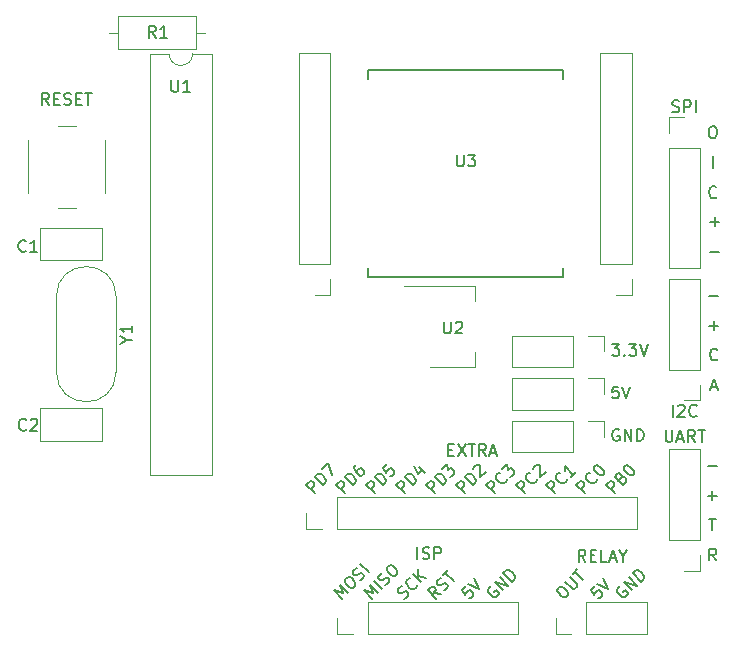
<source format=gbr>
%TF.GenerationSoftware,KiCad,Pcbnew,(7.0.0)*%
%TF.CreationDate,2023-07-05T19:52:24+02:00*%
%TF.ProjectId,atmega328p-gate_controller,61746d65-6761-4333-9238-702d67617465,rev?*%
%TF.SameCoordinates,Original*%
%TF.FileFunction,Legend,Top*%
%TF.FilePolarity,Positive*%
%FSLAX46Y46*%
G04 Gerber Fmt 4.6, Leading zero omitted, Abs format (unit mm)*
G04 Created by KiCad (PCBNEW (7.0.0)) date 2023-07-05 19:52:24*
%MOMM*%
%LPD*%
G01*
G04 APERTURE LIST*
%ADD10C,0.150000*%
%ADD11C,0.120000*%
G04 APERTURE END LIST*
D10*
X110928571Y-58959880D02*
X111119047Y-58959880D01*
X111119047Y-58959880D02*
X111214285Y-59007500D01*
X111214285Y-59007500D02*
X111309523Y-59102738D01*
X111309523Y-59102738D02*
X111357142Y-59293214D01*
X111357142Y-59293214D02*
X111357142Y-59626547D01*
X111357142Y-59626547D02*
X111309523Y-59817023D01*
X111309523Y-59817023D02*
X111214285Y-59912261D01*
X111214285Y-59912261D02*
X111119047Y-59959880D01*
X111119047Y-59959880D02*
X110928571Y-59959880D01*
X110928571Y-59959880D02*
X110833333Y-59912261D01*
X110833333Y-59912261D02*
X110738095Y-59817023D01*
X110738095Y-59817023D02*
X110690476Y-59626547D01*
X110690476Y-59626547D02*
X110690476Y-59293214D01*
X110690476Y-59293214D02*
X110738095Y-59102738D01*
X110738095Y-59102738D02*
X110833333Y-59007500D01*
X110833333Y-59007500D02*
X110928571Y-58959880D01*
X111023809Y-62499880D02*
X111023809Y-61499880D01*
X111333332Y-64944642D02*
X111285713Y-64992261D01*
X111285713Y-64992261D02*
X111142856Y-65039880D01*
X111142856Y-65039880D02*
X111047618Y-65039880D01*
X111047618Y-65039880D02*
X110904761Y-64992261D01*
X110904761Y-64992261D02*
X110809523Y-64897023D01*
X110809523Y-64897023D02*
X110761904Y-64801785D01*
X110761904Y-64801785D02*
X110714285Y-64611309D01*
X110714285Y-64611309D02*
X110714285Y-64468452D01*
X110714285Y-64468452D02*
X110761904Y-64277976D01*
X110761904Y-64277976D02*
X110809523Y-64182738D01*
X110809523Y-64182738D02*
X110904761Y-64087500D01*
X110904761Y-64087500D02*
X111047618Y-64039880D01*
X111047618Y-64039880D02*
X111142856Y-64039880D01*
X111142856Y-64039880D02*
X111285713Y-64087500D01*
X111285713Y-64087500D02*
X111333332Y-64135119D01*
X111579761Y-67021071D02*
X110817857Y-67021071D01*
X111198809Y-66640119D02*
X111198809Y-67402023D01*
X111579761Y-69561071D02*
X110817857Y-69561071D01*
X111409523Y-78679642D02*
X111361904Y-78727261D01*
X111361904Y-78727261D02*
X111219047Y-78774880D01*
X111219047Y-78774880D02*
X111123809Y-78774880D01*
X111123809Y-78774880D02*
X110980952Y-78727261D01*
X110980952Y-78727261D02*
X110885714Y-78632023D01*
X110885714Y-78632023D02*
X110838095Y-78536785D01*
X110838095Y-78536785D02*
X110790476Y-78346309D01*
X110790476Y-78346309D02*
X110790476Y-78203452D01*
X110790476Y-78203452D02*
X110838095Y-78012976D01*
X110838095Y-78012976D02*
X110885714Y-77917738D01*
X110885714Y-77917738D02*
X110980952Y-77822500D01*
X110980952Y-77822500D02*
X111123809Y-77774880D01*
X111123809Y-77774880D02*
X111219047Y-77774880D01*
X111219047Y-77774880D02*
X111361904Y-77822500D01*
X111361904Y-77822500D02*
X111409523Y-77870119D01*
X110861905Y-81029166D02*
X111338095Y-81029166D01*
X110766667Y-81314880D02*
X111100000Y-80314880D01*
X111100000Y-80314880D02*
X111433333Y-81314880D01*
X110719048Y-75853928D02*
X111480953Y-75853928D01*
X111100000Y-76234880D02*
X111100000Y-75472976D01*
X110719048Y-73313928D02*
X111480953Y-73313928D01*
X88006390Y-98548700D02*
X87433971Y-98447685D01*
X87602329Y-98952761D02*
X86895223Y-98245654D01*
X86895223Y-98245654D02*
X87164597Y-97976280D01*
X87164597Y-97976280D02*
X87265612Y-97942608D01*
X87265612Y-97942608D02*
X87332955Y-97942608D01*
X87332955Y-97942608D02*
X87433971Y-97976280D01*
X87433971Y-97976280D02*
X87534986Y-98077295D01*
X87534986Y-98077295D02*
X87568658Y-98178311D01*
X87568658Y-98178311D02*
X87568658Y-98245654D01*
X87568658Y-98245654D02*
X87534986Y-98346669D01*
X87534986Y-98346669D02*
X87265612Y-98616043D01*
X88242093Y-98245654D02*
X88376780Y-98178311D01*
X88376780Y-98178311D02*
X88545138Y-98009952D01*
X88545138Y-98009952D02*
X88578810Y-97908937D01*
X88578810Y-97908937D02*
X88578810Y-97841593D01*
X88578810Y-97841593D02*
X88545138Y-97740578D01*
X88545138Y-97740578D02*
X88477795Y-97673234D01*
X88477795Y-97673234D02*
X88376780Y-97639563D01*
X88376780Y-97639563D02*
X88309436Y-97639563D01*
X88309436Y-97639563D02*
X88208421Y-97673234D01*
X88208421Y-97673234D02*
X88040062Y-97774250D01*
X88040062Y-97774250D02*
X87939047Y-97807921D01*
X87939047Y-97807921D02*
X87871703Y-97807921D01*
X87871703Y-97807921D02*
X87770688Y-97774250D01*
X87770688Y-97774250D02*
X87703345Y-97706906D01*
X87703345Y-97706906D02*
X87669673Y-97605891D01*
X87669673Y-97605891D02*
X87669673Y-97538547D01*
X87669673Y-97538547D02*
X87703345Y-97437532D01*
X87703345Y-97437532D02*
X87871703Y-97269173D01*
X87871703Y-97269173D02*
X88006390Y-97201830D01*
X88174749Y-96966127D02*
X88578810Y-96562066D01*
X89083886Y-97471204D02*
X88376780Y-96764097D01*
X110708333Y-92172380D02*
X111279761Y-92172380D01*
X110994047Y-93172380D02*
X110994047Y-92172380D01*
X92261433Y-97908937D02*
X92160417Y-97942608D01*
X92160417Y-97942608D02*
X92059402Y-98043624D01*
X92059402Y-98043624D02*
X91992059Y-98178311D01*
X91992059Y-98178311D02*
X91992059Y-98312998D01*
X91992059Y-98312998D02*
X92025730Y-98414013D01*
X92025730Y-98414013D02*
X92126746Y-98582372D01*
X92126746Y-98582372D02*
X92227761Y-98683387D01*
X92227761Y-98683387D02*
X92396120Y-98784402D01*
X92396120Y-98784402D02*
X92497135Y-98818074D01*
X92497135Y-98818074D02*
X92631822Y-98818074D01*
X92631822Y-98818074D02*
X92766509Y-98750730D01*
X92766509Y-98750730D02*
X92833852Y-98683387D01*
X92833852Y-98683387D02*
X92901196Y-98548700D01*
X92901196Y-98548700D02*
X92901196Y-98481356D01*
X92901196Y-98481356D02*
X92665494Y-98245654D01*
X92665494Y-98245654D02*
X92530807Y-98380341D01*
X93271585Y-98245654D02*
X92564478Y-97538547D01*
X92564478Y-97538547D02*
X93675646Y-97841593D01*
X93675646Y-97841593D02*
X92968539Y-97134486D01*
X94012364Y-97504876D02*
X93305257Y-96797769D01*
X93305257Y-96797769D02*
X93473616Y-96629410D01*
X93473616Y-96629410D02*
X93608303Y-96562067D01*
X93608303Y-96562067D02*
X93742990Y-96562067D01*
X93742990Y-96562067D02*
X93844005Y-96595738D01*
X93844005Y-96595738D02*
X94012364Y-96696754D01*
X94012364Y-96696754D02*
X94113379Y-96797769D01*
X94113379Y-96797769D02*
X94214394Y-96966128D01*
X94214394Y-96966128D02*
X94248066Y-97067143D01*
X94248066Y-97067143D02*
X94248066Y-97201830D01*
X94248066Y-97201830D02*
X94180722Y-97336517D01*
X94180722Y-97336517D02*
X94012364Y-97504876D01*
X97624918Y-90027761D02*
X96917812Y-89320654D01*
X96917812Y-89320654D02*
X97187186Y-89051280D01*
X97187186Y-89051280D02*
X97288201Y-89017608D01*
X97288201Y-89017608D02*
X97355544Y-89017608D01*
X97355544Y-89017608D02*
X97456560Y-89051280D01*
X97456560Y-89051280D02*
X97557575Y-89152295D01*
X97557575Y-89152295D02*
X97591247Y-89253311D01*
X97591247Y-89253311D02*
X97591247Y-89320654D01*
X97591247Y-89320654D02*
X97557575Y-89421669D01*
X97557575Y-89421669D02*
X97288201Y-89691043D01*
X98668743Y-88849250D02*
X98668743Y-88916593D01*
X98668743Y-88916593D02*
X98601399Y-89051280D01*
X98601399Y-89051280D02*
X98534056Y-89118624D01*
X98534056Y-89118624D02*
X98399369Y-89185967D01*
X98399369Y-89185967D02*
X98264682Y-89185967D01*
X98264682Y-89185967D02*
X98163666Y-89152295D01*
X98163666Y-89152295D02*
X97995308Y-89051280D01*
X97995308Y-89051280D02*
X97894292Y-88950265D01*
X97894292Y-88950265D02*
X97793277Y-88781906D01*
X97793277Y-88781906D02*
X97759605Y-88680891D01*
X97759605Y-88680891D02*
X97759605Y-88546204D01*
X97759605Y-88546204D02*
X97826949Y-88411517D01*
X97826949Y-88411517D02*
X97894292Y-88344173D01*
X97894292Y-88344173D02*
X98028979Y-88276830D01*
X98028979Y-88276830D02*
X98096323Y-88276830D01*
X99409521Y-88243158D02*
X99005460Y-88647219D01*
X99207491Y-88445189D02*
X98500384Y-87738082D01*
X98500384Y-87738082D02*
X98534056Y-87906440D01*
X98534056Y-87906440D02*
X98534056Y-88041128D01*
X98534056Y-88041128D02*
X98500384Y-88142143D01*
X84910807Y-98952761D02*
X85045494Y-98885417D01*
X85045494Y-98885417D02*
X85213853Y-98717059D01*
X85213853Y-98717059D02*
X85247524Y-98616043D01*
X85247524Y-98616043D02*
X85247524Y-98548700D01*
X85247524Y-98548700D02*
X85213853Y-98447685D01*
X85213853Y-98447685D02*
X85146509Y-98380341D01*
X85146509Y-98380341D02*
X85045494Y-98346669D01*
X85045494Y-98346669D02*
X84978150Y-98346669D01*
X84978150Y-98346669D02*
X84877135Y-98380341D01*
X84877135Y-98380341D02*
X84708776Y-98481356D01*
X84708776Y-98481356D02*
X84607761Y-98515028D01*
X84607761Y-98515028D02*
X84540418Y-98515028D01*
X84540418Y-98515028D02*
X84439402Y-98481356D01*
X84439402Y-98481356D02*
X84372059Y-98414013D01*
X84372059Y-98414013D02*
X84338387Y-98312998D01*
X84338387Y-98312998D02*
X84338387Y-98245654D01*
X84338387Y-98245654D02*
X84372059Y-98144639D01*
X84372059Y-98144639D02*
X84540418Y-97976280D01*
X84540418Y-97976280D02*
X84675105Y-97908937D01*
X85988303Y-97807921D02*
X85988303Y-97875265D01*
X85988303Y-97875265D02*
X85920959Y-98009952D01*
X85920959Y-98009952D02*
X85853616Y-98077295D01*
X85853616Y-98077295D02*
X85718929Y-98144639D01*
X85718929Y-98144639D02*
X85584242Y-98144639D01*
X85584242Y-98144639D02*
X85483227Y-98110967D01*
X85483227Y-98110967D02*
X85314868Y-98009952D01*
X85314868Y-98009952D02*
X85213853Y-97908937D01*
X85213853Y-97908937D02*
X85112837Y-97740578D01*
X85112837Y-97740578D02*
X85079166Y-97639562D01*
X85079166Y-97639562D02*
X85079166Y-97504875D01*
X85079166Y-97504875D02*
X85146509Y-97370188D01*
X85146509Y-97370188D02*
X85213853Y-97302845D01*
X85213853Y-97302845D02*
X85348540Y-97235501D01*
X85348540Y-97235501D02*
X85415883Y-97235501D01*
X86358692Y-97572219D02*
X85651585Y-96865112D01*
X86762753Y-97168158D02*
X86055646Y-97067143D01*
X86055646Y-96461051D02*
X86055646Y-97269173D01*
X102704918Y-90027761D02*
X101997812Y-89320654D01*
X101997812Y-89320654D02*
X102267186Y-89051280D01*
X102267186Y-89051280D02*
X102368201Y-89017608D01*
X102368201Y-89017608D02*
X102435544Y-89017608D01*
X102435544Y-89017608D02*
X102536560Y-89051280D01*
X102536560Y-89051280D02*
X102637575Y-89152295D01*
X102637575Y-89152295D02*
X102671247Y-89253311D01*
X102671247Y-89253311D02*
X102671247Y-89320654D01*
X102671247Y-89320654D02*
X102637575Y-89421669D01*
X102637575Y-89421669D02*
X102368201Y-89691043D01*
X103277338Y-88714563D02*
X103412025Y-88647219D01*
X103412025Y-88647219D02*
X103479369Y-88647219D01*
X103479369Y-88647219D02*
X103580384Y-88680891D01*
X103580384Y-88680891D02*
X103681399Y-88781906D01*
X103681399Y-88781906D02*
X103715071Y-88882921D01*
X103715071Y-88882921D02*
X103715071Y-88950265D01*
X103715071Y-88950265D02*
X103681399Y-89051280D01*
X103681399Y-89051280D02*
X103412025Y-89320654D01*
X103412025Y-89320654D02*
X102704918Y-88613547D01*
X102704918Y-88613547D02*
X102940621Y-88377845D01*
X102940621Y-88377845D02*
X103041636Y-88344173D01*
X103041636Y-88344173D02*
X103108979Y-88344173D01*
X103108979Y-88344173D02*
X103209995Y-88377845D01*
X103209995Y-88377845D02*
X103277338Y-88445189D01*
X103277338Y-88445189D02*
X103311010Y-88546204D01*
X103311010Y-88546204D02*
X103311010Y-88613547D01*
X103311010Y-88613547D02*
X103277338Y-88714563D01*
X103277338Y-88714563D02*
X103041636Y-88950265D01*
X103546712Y-87771753D02*
X103614056Y-87704410D01*
X103614056Y-87704410D02*
X103715071Y-87670738D01*
X103715071Y-87670738D02*
X103782414Y-87670738D01*
X103782414Y-87670738D02*
X103883430Y-87704410D01*
X103883430Y-87704410D02*
X104051788Y-87805425D01*
X104051788Y-87805425D02*
X104220147Y-87973784D01*
X104220147Y-87973784D02*
X104321162Y-88142143D01*
X104321162Y-88142143D02*
X104354834Y-88243158D01*
X104354834Y-88243158D02*
X104354834Y-88310502D01*
X104354834Y-88310502D02*
X104321162Y-88411517D01*
X104321162Y-88411517D02*
X104253819Y-88478860D01*
X104253819Y-88478860D02*
X104152804Y-88512532D01*
X104152804Y-88512532D02*
X104085460Y-88512532D01*
X104085460Y-88512532D02*
X103984445Y-88478860D01*
X103984445Y-88478860D02*
X103816086Y-88377845D01*
X103816086Y-88377845D02*
X103647727Y-88209486D01*
X103647727Y-88209486D02*
X103546712Y-88041128D01*
X103546712Y-88041128D02*
X103513040Y-87940112D01*
X103513040Y-87940112D02*
X103513040Y-87872769D01*
X103513040Y-87872769D02*
X103546712Y-87771753D01*
X110613095Y-90251428D02*
X111375000Y-90251428D01*
X110994047Y-90632380D02*
X110994047Y-89870476D01*
X79662448Y-98952761D02*
X78955342Y-98245654D01*
X78955342Y-98245654D02*
X79696120Y-98515028D01*
X79696120Y-98515028D02*
X79426746Y-97774250D01*
X79426746Y-97774250D02*
X80133853Y-98481356D01*
X79898151Y-97302845D02*
X80032838Y-97168158D01*
X80032838Y-97168158D02*
X80133853Y-97134486D01*
X80133853Y-97134486D02*
X80268540Y-97134486D01*
X80268540Y-97134486D02*
X80436899Y-97235502D01*
X80436899Y-97235502D02*
X80672601Y-97471204D01*
X80672601Y-97471204D02*
X80773616Y-97639563D01*
X80773616Y-97639563D02*
X80773616Y-97774250D01*
X80773616Y-97774250D02*
X80739944Y-97875265D01*
X80739944Y-97875265D02*
X80605257Y-98009952D01*
X80605257Y-98009952D02*
X80504242Y-98043624D01*
X80504242Y-98043624D02*
X80369555Y-98043624D01*
X80369555Y-98043624D02*
X80201196Y-97942608D01*
X80201196Y-97942608D02*
X79965494Y-97706906D01*
X79965494Y-97706906D02*
X79864479Y-97538547D01*
X79864479Y-97538547D02*
X79864479Y-97403860D01*
X79864479Y-97403860D02*
X79898151Y-97302845D01*
X81144005Y-97403860D02*
X81278692Y-97336517D01*
X81278692Y-97336517D02*
X81447051Y-97168158D01*
X81447051Y-97168158D02*
X81480723Y-97067143D01*
X81480723Y-97067143D02*
X81480723Y-96999799D01*
X81480723Y-96999799D02*
X81447051Y-96898784D01*
X81447051Y-96898784D02*
X81379708Y-96831441D01*
X81379708Y-96831441D02*
X81278692Y-96797769D01*
X81278692Y-96797769D02*
X81211349Y-96797769D01*
X81211349Y-96797769D02*
X81110334Y-96831441D01*
X81110334Y-96831441D02*
X80941975Y-96932456D01*
X80941975Y-96932456D02*
X80840960Y-96966128D01*
X80840960Y-96966128D02*
X80773616Y-96966128D01*
X80773616Y-96966128D02*
X80672601Y-96932456D01*
X80672601Y-96932456D02*
X80605257Y-96865112D01*
X80605257Y-96865112D02*
X80571586Y-96764097D01*
X80571586Y-96764097D02*
X80571586Y-96696754D01*
X80571586Y-96696754D02*
X80605257Y-96595738D01*
X80605257Y-96595738D02*
X80773616Y-96427380D01*
X80773616Y-96427380D02*
X80908303Y-96360036D01*
X81884784Y-96730425D02*
X81177677Y-96023319D01*
X97904403Y-98110967D02*
X98039090Y-97976280D01*
X98039090Y-97976280D02*
X98140105Y-97942608D01*
X98140105Y-97942608D02*
X98274792Y-97942608D01*
X98274792Y-97942608D02*
X98443151Y-98043624D01*
X98443151Y-98043624D02*
X98678853Y-98279326D01*
X98678853Y-98279326D02*
X98779868Y-98447685D01*
X98779868Y-98447685D02*
X98779868Y-98582372D01*
X98779868Y-98582372D02*
X98746196Y-98683387D01*
X98746196Y-98683387D02*
X98611509Y-98818074D01*
X98611509Y-98818074D02*
X98510494Y-98851746D01*
X98510494Y-98851746D02*
X98375807Y-98851746D01*
X98375807Y-98851746D02*
X98207448Y-98750730D01*
X98207448Y-98750730D02*
X97971746Y-98515028D01*
X97971746Y-98515028D02*
X97870731Y-98346669D01*
X97870731Y-98346669D02*
X97870731Y-98211982D01*
X97870731Y-98211982D02*
X97904403Y-98110967D01*
X98510494Y-97504876D02*
X99082914Y-98077295D01*
X99082914Y-98077295D02*
X99183929Y-98110967D01*
X99183929Y-98110967D02*
X99251273Y-98110967D01*
X99251273Y-98110967D02*
X99352288Y-98077295D01*
X99352288Y-98077295D02*
X99486975Y-97942608D01*
X99486975Y-97942608D02*
X99520647Y-97841593D01*
X99520647Y-97841593D02*
X99520647Y-97774250D01*
X99520647Y-97774250D02*
X99486975Y-97673234D01*
X99486975Y-97673234D02*
X98914555Y-97100815D01*
X99150257Y-96865112D02*
X99554318Y-96461051D01*
X100059395Y-97370189D02*
X99352288Y-96663082D01*
X84924918Y-90027761D02*
X84217812Y-89320654D01*
X84217812Y-89320654D02*
X84487186Y-89051280D01*
X84487186Y-89051280D02*
X84588201Y-89017608D01*
X84588201Y-89017608D02*
X84655544Y-89017608D01*
X84655544Y-89017608D02*
X84756560Y-89051280D01*
X84756560Y-89051280D02*
X84857575Y-89152295D01*
X84857575Y-89152295D02*
X84891247Y-89253311D01*
X84891247Y-89253311D02*
X84891247Y-89320654D01*
X84891247Y-89320654D02*
X84857575Y-89421669D01*
X84857575Y-89421669D02*
X84588201Y-89691043D01*
X85632025Y-89320654D02*
X84924918Y-88613547D01*
X84924918Y-88613547D02*
X85093277Y-88445189D01*
X85093277Y-88445189D02*
X85227964Y-88377845D01*
X85227964Y-88377845D02*
X85362651Y-88377845D01*
X85362651Y-88377845D02*
X85463666Y-88411517D01*
X85463666Y-88411517D02*
X85632025Y-88512532D01*
X85632025Y-88512532D02*
X85733040Y-88613547D01*
X85733040Y-88613547D02*
X85834056Y-88781906D01*
X85834056Y-88781906D02*
X85867727Y-88882921D01*
X85867727Y-88882921D02*
X85867727Y-89017608D01*
X85867727Y-89017608D02*
X85800384Y-89152295D01*
X85800384Y-89152295D02*
X85632025Y-89320654D01*
X86170773Y-87839097D02*
X86642178Y-88310502D01*
X85733040Y-87738082D02*
X86069758Y-88411517D01*
X86069758Y-88411517D02*
X86507491Y-87973784D01*
X90004918Y-90027761D02*
X89297812Y-89320654D01*
X89297812Y-89320654D02*
X89567186Y-89051280D01*
X89567186Y-89051280D02*
X89668201Y-89017608D01*
X89668201Y-89017608D02*
X89735544Y-89017608D01*
X89735544Y-89017608D02*
X89836560Y-89051280D01*
X89836560Y-89051280D02*
X89937575Y-89152295D01*
X89937575Y-89152295D02*
X89971247Y-89253311D01*
X89971247Y-89253311D02*
X89971247Y-89320654D01*
X89971247Y-89320654D02*
X89937575Y-89421669D01*
X89937575Y-89421669D02*
X89668201Y-89691043D01*
X90712025Y-89320654D02*
X90004918Y-88613547D01*
X90004918Y-88613547D02*
X90173277Y-88445189D01*
X90173277Y-88445189D02*
X90307964Y-88377845D01*
X90307964Y-88377845D02*
X90442651Y-88377845D01*
X90442651Y-88377845D02*
X90543666Y-88411517D01*
X90543666Y-88411517D02*
X90712025Y-88512532D01*
X90712025Y-88512532D02*
X90813040Y-88613547D01*
X90813040Y-88613547D02*
X90914056Y-88781906D01*
X90914056Y-88781906D02*
X90947727Y-88882921D01*
X90947727Y-88882921D02*
X90947727Y-89017608D01*
X90947727Y-89017608D02*
X90880384Y-89152295D01*
X90880384Y-89152295D02*
X90712025Y-89320654D01*
X90745697Y-88007456D02*
X90745697Y-87940112D01*
X90745697Y-87940112D02*
X90779369Y-87839097D01*
X90779369Y-87839097D02*
X90947727Y-87670738D01*
X90947727Y-87670738D02*
X91048743Y-87637066D01*
X91048743Y-87637066D02*
X91116086Y-87637066D01*
X91116086Y-87637066D02*
X91217101Y-87670738D01*
X91217101Y-87670738D02*
X91284445Y-87738082D01*
X91284445Y-87738082D02*
X91351788Y-87872769D01*
X91351788Y-87872769D02*
X91351788Y-88680891D01*
X91351788Y-88680891D02*
X91789521Y-88243158D01*
X111303570Y-95712380D02*
X110970237Y-95236190D01*
X110732142Y-95712380D02*
X110732142Y-94712380D01*
X110732142Y-94712380D02*
X111113094Y-94712380D01*
X111113094Y-94712380D02*
X111208332Y-94760000D01*
X111208332Y-94760000D02*
X111255951Y-94807619D01*
X111255951Y-94807619D02*
X111303570Y-94902857D01*
X111303570Y-94902857D02*
X111303570Y-95045714D01*
X111303570Y-95045714D02*
X111255951Y-95140952D01*
X111255951Y-95140952D02*
X111208332Y-95188571D01*
X111208332Y-95188571D02*
X111113094Y-95236190D01*
X111113094Y-95236190D02*
X110732142Y-95236190D01*
X95084918Y-90027761D02*
X94377812Y-89320654D01*
X94377812Y-89320654D02*
X94647186Y-89051280D01*
X94647186Y-89051280D02*
X94748201Y-89017608D01*
X94748201Y-89017608D02*
X94815544Y-89017608D01*
X94815544Y-89017608D02*
X94916560Y-89051280D01*
X94916560Y-89051280D02*
X95017575Y-89152295D01*
X95017575Y-89152295D02*
X95051247Y-89253311D01*
X95051247Y-89253311D02*
X95051247Y-89320654D01*
X95051247Y-89320654D02*
X95017575Y-89421669D01*
X95017575Y-89421669D02*
X94748201Y-89691043D01*
X96128743Y-88849250D02*
X96128743Y-88916593D01*
X96128743Y-88916593D02*
X96061399Y-89051280D01*
X96061399Y-89051280D02*
X95994056Y-89118624D01*
X95994056Y-89118624D02*
X95859369Y-89185967D01*
X95859369Y-89185967D02*
X95724682Y-89185967D01*
X95724682Y-89185967D02*
X95623666Y-89152295D01*
X95623666Y-89152295D02*
X95455308Y-89051280D01*
X95455308Y-89051280D02*
X95354292Y-88950265D01*
X95354292Y-88950265D02*
X95253277Y-88781906D01*
X95253277Y-88781906D02*
X95219605Y-88680891D01*
X95219605Y-88680891D02*
X95219605Y-88546204D01*
X95219605Y-88546204D02*
X95286949Y-88411517D01*
X95286949Y-88411517D02*
X95354292Y-88344173D01*
X95354292Y-88344173D02*
X95488979Y-88276830D01*
X95488979Y-88276830D02*
X95556323Y-88276830D01*
X95825697Y-88007456D02*
X95825697Y-87940112D01*
X95825697Y-87940112D02*
X95859369Y-87839097D01*
X95859369Y-87839097D02*
X96027727Y-87670738D01*
X96027727Y-87670738D02*
X96128743Y-87637066D01*
X96128743Y-87637066D02*
X96196086Y-87637066D01*
X96196086Y-87637066D02*
X96297101Y-87670738D01*
X96297101Y-87670738D02*
X96364445Y-87738082D01*
X96364445Y-87738082D02*
X96431788Y-87872769D01*
X96431788Y-87872769D02*
X96431788Y-88680891D01*
X96431788Y-88680891D02*
X96869521Y-88243158D01*
X92544918Y-90027761D02*
X91837812Y-89320654D01*
X91837812Y-89320654D02*
X92107186Y-89051280D01*
X92107186Y-89051280D02*
X92208201Y-89017608D01*
X92208201Y-89017608D02*
X92275544Y-89017608D01*
X92275544Y-89017608D02*
X92376560Y-89051280D01*
X92376560Y-89051280D02*
X92477575Y-89152295D01*
X92477575Y-89152295D02*
X92511247Y-89253311D01*
X92511247Y-89253311D02*
X92511247Y-89320654D01*
X92511247Y-89320654D02*
X92477575Y-89421669D01*
X92477575Y-89421669D02*
X92208201Y-89691043D01*
X93588743Y-88849250D02*
X93588743Y-88916593D01*
X93588743Y-88916593D02*
X93521399Y-89051280D01*
X93521399Y-89051280D02*
X93454056Y-89118624D01*
X93454056Y-89118624D02*
X93319369Y-89185967D01*
X93319369Y-89185967D02*
X93184682Y-89185967D01*
X93184682Y-89185967D02*
X93083666Y-89152295D01*
X93083666Y-89152295D02*
X92915308Y-89051280D01*
X92915308Y-89051280D02*
X92814292Y-88950265D01*
X92814292Y-88950265D02*
X92713277Y-88781906D01*
X92713277Y-88781906D02*
X92679605Y-88680891D01*
X92679605Y-88680891D02*
X92679605Y-88546204D01*
X92679605Y-88546204D02*
X92746949Y-88411517D01*
X92746949Y-88411517D02*
X92814292Y-88344173D01*
X92814292Y-88344173D02*
X92948979Y-88276830D01*
X92948979Y-88276830D02*
X93016323Y-88276830D01*
X93184682Y-87973784D02*
X93622414Y-87536051D01*
X93622414Y-87536051D02*
X93656086Y-88041128D01*
X93656086Y-88041128D02*
X93757101Y-87940112D01*
X93757101Y-87940112D02*
X93858117Y-87906440D01*
X93858117Y-87906440D02*
X93925460Y-87906440D01*
X93925460Y-87906440D02*
X94026475Y-87940112D01*
X94026475Y-87940112D02*
X94194834Y-88108471D01*
X94194834Y-88108471D02*
X94228506Y-88209486D01*
X94228506Y-88209486D02*
X94228506Y-88276830D01*
X94228506Y-88276830D02*
X94194834Y-88377845D01*
X94194834Y-88377845D02*
X93992804Y-88579876D01*
X93992804Y-88579876D02*
X93891788Y-88613547D01*
X93891788Y-88613547D02*
X93824445Y-88613547D01*
X87464918Y-90027761D02*
X86757812Y-89320654D01*
X86757812Y-89320654D02*
X87027186Y-89051280D01*
X87027186Y-89051280D02*
X87128201Y-89017608D01*
X87128201Y-89017608D02*
X87195544Y-89017608D01*
X87195544Y-89017608D02*
X87296560Y-89051280D01*
X87296560Y-89051280D02*
X87397575Y-89152295D01*
X87397575Y-89152295D02*
X87431247Y-89253311D01*
X87431247Y-89253311D02*
X87431247Y-89320654D01*
X87431247Y-89320654D02*
X87397575Y-89421669D01*
X87397575Y-89421669D02*
X87128201Y-89691043D01*
X88172025Y-89320654D02*
X87464918Y-88613547D01*
X87464918Y-88613547D02*
X87633277Y-88445189D01*
X87633277Y-88445189D02*
X87767964Y-88377845D01*
X87767964Y-88377845D02*
X87902651Y-88377845D01*
X87902651Y-88377845D02*
X88003666Y-88411517D01*
X88003666Y-88411517D02*
X88172025Y-88512532D01*
X88172025Y-88512532D02*
X88273040Y-88613547D01*
X88273040Y-88613547D02*
X88374056Y-88781906D01*
X88374056Y-88781906D02*
X88407727Y-88882921D01*
X88407727Y-88882921D02*
X88407727Y-89017608D01*
X88407727Y-89017608D02*
X88340384Y-89152295D01*
X88340384Y-89152295D02*
X88172025Y-89320654D01*
X88104682Y-87973784D02*
X88542414Y-87536051D01*
X88542414Y-87536051D02*
X88576086Y-88041128D01*
X88576086Y-88041128D02*
X88677101Y-87940112D01*
X88677101Y-87940112D02*
X88778117Y-87906440D01*
X88778117Y-87906440D02*
X88845460Y-87906440D01*
X88845460Y-87906440D02*
X88946475Y-87940112D01*
X88946475Y-87940112D02*
X89114834Y-88108471D01*
X89114834Y-88108471D02*
X89148506Y-88209486D01*
X89148506Y-88209486D02*
X89148506Y-88276830D01*
X89148506Y-88276830D02*
X89114834Y-88377845D01*
X89114834Y-88377845D02*
X88912804Y-88579876D01*
X88912804Y-88579876D02*
X88811788Y-88613547D01*
X88811788Y-88613547D02*
X88744445Y-88613547D01*
X82384918Y-90027761D02*
X81677812Y-89320654D01*
X81677812Y-89320654D02*
X81947186Y-89051280D01*
X81947186Y-89051280D02*
X82048201Y-89017608D01*
X82048201Y-89017608D02*
X82115544Y-89017608D01*
X82115544Y-89017608D02*
X82216560Y-89051280D01*
X82216560Y-89051280D02*
X82317575Y-89152295D01*
X82317575Y-89152295D02*
X82351247Y-89253311D01*
X82351247Y-89253311D02*
X82351247Y-89320654D01*
X82351247Y-89320654D02*
X82317575Y-89421669D01*
X82317575Y-89421669D02*
X82048201Y-89691043D01*
X83092025Y-89320654D02*
X82384918Y-88613547D01*
X82384918Y-88613547D02*
X82553277Y-88445189D01*
X82553277Y-88445189D02*
X82687964Y-88377845D01*
X82687964Y-88377845D02*
X82822651Y-88377845D01*
X82822651Y-88377845D02*
X82923666Y-88411517D01*
X82923666Y-88411517D02*
X83092025Y-88512532D01*
X83092025Y-88512532D02*
X83193040Y-88613547D01*
X83193040Y-88613547D02*
X83294056Y-88781906D01*
X83294056Y-88781906D02*
X83327727Y-88882921D01*
X83327727Y-88882921D02*
X83327727Y-89017608D01*
X83327727Y-89017608D02*
X83260384Y-89152295D01*
X83260384Y-89152295D02*
X83092025Y-89320654D01*
X83428743Y-87569723D02*
X83092025Y-87906440D01*
X83092025Y-87906440D02*
X83395071Y-88276830D01*
X83395071Y-88276830D02*
X83395071Y-88209486D01*
X83395071Y-88209486D02*
X83428743Y-88108471D01*
X83428743Y-88108471D02*
X83597101Y-87940112D01*
X83597101Y-87940112D02*
X83698117Y-87906440D01*
X83698117Y-87906440D02*
X83765460Y-87906440D01*
X83765460Y-87906440D02*
X83866475Y-87940112D01*
X83866475Y-87940112D02*
X84034834Y-88108471D01*
X84034834Y-88108471D02*
X84068506Y-88209486D01*
X84068506Y-88209486D02*
X84068506Y-88276830D01*
X84068506Y-88276830D02*
X84034834Y-88377845D01*
X84034834Y-88377845D02*
X83866475Y-88546204D01*
X83866475Y-88546204D02*
X83765460Y-88579876D01*
X83765460Y-88579876D02*
X83698117Y-88579876D01*
X79844918Y-90027761D02*
X79137812Y-89320654D01*
X79137812Y-89320654D02*
X79407186Y-89051280D01*
X79407186Y-89051280D02*
X79508201Y-89017608D01*
X79508201Y-89017608D02*
X79575544Y-89017608D01*
X79575544Y-89017608D02*
X79676560Y-89051280D01*
X79676560Y-89051280D02*
X79777575Y-89152295D01*
X79777575Y-89152295D02*
X79811247Y-89253311D01*
X79811247Y-89253311D02*
X79811247Y-89320654D01*
X79811247Y-89320654D02*
X79777575Y-89421669D01*
X79777575Y-89421669D02*
X79508201Y-89691043D01*
X80552025Y-89320654D02*
X79844918Y-88613547D01*
X79844918Y-88613547D02*
X80013277Y-88445189D01*
X80013277Y-88445189D02*
X80147964Y-88377845D01*
X80147964Y-88377845D02*
X80282651Y-88377845D01*
X80282651Y-88377845D02*
X80383666Y-88411517D01*
X80383666Y-88411517D02*
X80552025Y-88512532D01*
X80552025Y-88512532D02*
X80653040Y-88613547D01*
X80653040Y-88613547D02*
X80754056Y-88781906D01*
X80754056Y-88781906D02*
X80787727Y-88882921D01*
X80787727Y-88882921D02*
X80787727Y-89017608D01*
X80787727Y-89017608D02*
X80720384Y-89152295D01*
X80720384Y-89152295D02*
X80552025Y-89320654D01*
X80855071Y-87603395D02*
X80720384Y-87738082D01*
X80720384Y-87738082D02*
X80686712Y-87839097D01*
X80686712Y-87839097D02*
X80686712Y-87906440D01*
X80686712Y-87906440D02*
X80720384Y-88074799D01*
X80720384Y-88074799D02*
X80821399Y-88243158D01*
X80821399Y-88243158D02*
X81090773Y-88512532D01*
X81090773Y-88512532D02*
X81191788Y-88546204D01*
X81191788Y-88546204D02*
X81259132Y-88546204D01*
X81259132Y-88546204D02*
X81360147Y-88512532D01*
X81360147Y-88512532D02*
X81494834Y-88377845D01*
X81494834Y-88377845D02*
X81528506Y-88276830D01*
X81528506Y-88276830D02*
X81528506Y-88209486D01*
X81528506Y-88209486D02*
X81494834Y-88108471D01*
X81494834Y-88108471D02*
X81326475Y-87940112D01*
X81326475Y-87940112D02*
X81225460Y-87906440D01*
X81225460Y-87906440D02*
X81158117Y-87906440D01*
X81158117Y-87906440D02*
X81057101Y-87940112D01*
X81057101Y-87940112D02*
X80922414Y-88074799D01*
X80922414Y-88074799D02*
X80888743Y-88175815D01*
X80888743Y-88175815D02*
X80888743Y-88243158D01*
X80888743Y-88243158D02*
X80922414Y-88344173D01*
X90091822Y-97908937D02*
X89755105Y-98245654D01*
X89755105Y-98245654D02*
X90058150Y-98616043D01*
X90058150Y-98616043D02*
X90058150Y-98548700D01*
X90058150Y-98548700D02*
X90091822Y-98447685D01*
X90091822Y-98447685D02*
X90260181Y-98279326D01*
X90260181Y-98279326D02*
X90361196Y-98245654D01*
X90361196Y-98245654D02*
X90428540Y-98245654D01*
X90428540Y-98245654D02*
X90529555Y-98279326D01*
X90529555Y-98279326D02*
X90697914Y-98447685D01*
X90697914Y-98447685D02*
X90731585Y-98548700D01*
X90731585Y-98548700D02*
X90731585Y-98616043D01*
X90731585Y-98616043D02*
X90697914Y-98717059D01*
X90697914Y-98717059D02*
X90529555Y-98885417D01*
X90529555Y-98885417D02*
X90428540Y-98919089D01*
X90428540Y-98919089D02*
X90361196Y-98919089D01*
X90327524Y-97673234D02*
X91270333Y-98144639D01*
X91270333Y-98144639D02*
X90798929Y-97201830D01*
X100164918Y-90027761D02*
X99457812Y-89320654D01*
X99457812Y-89320654D02*
X99727186Y-89051280D01*
X99727186Y-89051280D02*
X99828201Y-89017608D01*
X99828201Y-89017608D02*
X99895544Y-89017608D01*
X99895544Y-89017608D02*
X99996560Y-89051280D01*
X99996560Y-89051280D02*
X100097575Y-89152295D01*
X100097575Y-89152295D02*
X100131247Y-89253311D01*
X100131247Y-89253311D02*
X100131247Y-89320654D01*
X100131247Y-89320654D02*
X100097575Y-89421669D01*
X100097575Y-89421669D02*
X99828201Y-89691043D01*
X101208743Y-88849250D02*
X101208743Y-88916593D01*
X101208743Y-88916593D02*
X101141399Y-89051280D01*
X101141399Y-89051280D02*
X101074056Y-89118624D01*
X101074056Y-89118624D02*
X100939369Y-89185967D01*
X100939369Y-89185967D02*
X100804682Y-89185967D01*
X100804682Y-89185967D02*
X100703666Y-89152295D01*
X100703666Y-89152295D02*
X100535308Y-89051280D01*
X100535308Y-89051280D02*
X100434292Y-88950265D01*
X100434292Y-88950265D02*
X100333277Y-88781906D01*
X100333277Y-88781906D02*
X100299605Y-88680891D01*
X100299605Y-88680891D02*
X100299605Y-88546204D01*
X100299605Y-88546204D02*
X100366949Y-88411517D01*
X100366949Y-88411517D02*
X100434292Y-88344173D01*
X100434292Y-88344173D02*
X100568979Y-88276830D01*
X100568979Y-88276830D02*
X100636323Y-88276830D01*
X101006712Y-87771753D02*
X101074056Y-87704410D01*
X101074056Y-87704410D02*
X101175071Y-87670738D01*
X101175071Y-87670738D02*
X101242414Y-87670738D01*
X101242414Y-87670738D02*
X101343430Y-87704410D01*
X101343430Y-87704410D02*
X101511788Y-87805425D01*
X101511788Y-87805425D02*
X101680147Y-87973784D01*
X101680147Y-87973784D02*
X101781162Y-88142143D01*
X101781162Y-88142143D02*
X101814834Y-88243158D01*
X101814834Y-88243158D02*
X101814834Y-88310502D01*
X101814834Y-88310502D02*
X101781162Y-88411517D01*
X101781162Y-88411517D02*
X101713819Y-88478860D01*
X101713819Y-88478860D02*
X101612804Y-88512532D01*
X101612804Y-88512532D02*
X101545460Y-88512532D01*
X101545460Y-88512532D02*
X101444445Y-88478860D01*
X101444445Y-88478860D02*
X101276086Y-88377845D01*
X101276086Y-88377845D02*
X101107727Y-88209486D01*
X101107727Y-88209486D02*
X101006712Y-88041128D01*
X101006712Y-88041128D02*
X100973040Y-87940112D01*
X100973040Y-87940112D02*
X100973040Y-87872769D01*
X100973040Y-87872769D02*
X101006712Y-87771753D01*
X103186433Y-97908937D02*
X103085417Y-97942608D01*
X103085417Y-97942608D02*
X102984402Y-98043624D01*
X102984402Y-98043624D02*
X102917059Y-98178311D01*
X102917059Y-98178311D02*
X102917059Y-98312998D01*
X102917059Y-98312998D02*
X102950730Y-98414013D01*
X102950730Y-98414013D02*
X103051746Y-98582372D01*
X103051746Y-98582372D02*
X103152761Y-98683387D01*
X103152761Y-98683387D02*
X103321120Y-98784402D01*
X103321120Y-98784402D02*
X103422135Y-98818074D01*
X103422135Y-98818074D02*
X103556822Y-98818074D01*
X103556822Y-98818074D02*
X103691509Y-98750730D01*
X103691509Y-98750730D02*
X103758852Y-98683387D01*
X103758852Y-98683387D02*
X103826196Y-98548700D01*
X103826196Y-98548700D02*
X103826196Y-98481356D01*
X103826196Y-98481356D02*
X103590494Y-98245654D01*
X103590494Y-98245654D02*
X103455807Y-98380341D01*
X104196585Y-98245654D02*
X103489478Y-97538547D01*
X103489478Y-97538547D02*
X104600646Y-97841593D01*
X104600646Y-97841593D02*
X103893539Y-97134486D01*
X104937364Y-97504876D02*
X104230257Y-96797769D01*
X104230257Y-96797769D02*
X104398616Y-96629410D01*
X104398616Y-96629410D02*
X104533303Y-96562067D01*
X104533303Y-96562067D02*
X104667990Y-96562067D01*
X104667990Y-96562067D02*
X104769005Y-96595738D01*
X104769005Y-96595738D02*
X104937364Y-96696754D01*
X104937364Y-96696754D02*
X105038379Y-96797769D01*
X105038379Y-96797769D02*
X105139394Y-96966128D01*
X105139394Y-96966128D02*
X105173066Y-97067143D01*
X105173066Y-97067143D02*
X105173066Y-97201830D01*
X105173066Y-97201830D02*
X105105722Y-97336517D01*
X105105722Y-97336517D02*
X104937364Y-97504876D01*
X110613095Y-87711428D02*
X111375000Y-87711428D01*
X77304918Y-90027761D02*
X76597812Y-89320654D01*
X76597812Y-89320654D02*
X76867186Y-89051280D01*
X76867186Y-89051280D02*
X76968201Y-89017608D01*
X76968201Y-89017608D02*
X77035544Y-89017608D01*
X77035544Y-89017608D02*
X77136560Y-89051280D01*
X77136560Y-89051280D02*
X77237575Y-89152295D01*
X77237575Y-89152295D02*
X77271247Y-89253311D01*
X77271247Y-89253311D02*
X77271247Y-89320654D01*
X77271247Y-89320654D02*
X77237575Y-89421669D01*
X77237575Y-89421669D02*
X76968201Y-89691043D01*
X78012025Y-89320654D02*
X77304918Y-88613547D01*
X77304918Y-88613547D02*
X77473277Y-88445189D01*
X77473277Y-88445189D02*
X77607964Y-88377845D01*
X77607964Y-88377845D02*
X77742651Y-88377845D01*
X77742651Y-88377845D02*
X77843666Y-88411517D01*
X77843666Y-88411517D02*
X78012025Y-88512532D01*
X78012025Y-88512532D02*
X78113040Y-88613547D01*
X78113040Y-88613547D02*
X78214056Y-88781906D01*
X78214056Y-88781906D02*
X78247727Y-88882921D01*
X78247727Y-88882921D02*
X78247727Y-89017608D01*
X78247727Y-89017608D02*
X78180384Y-89152295D01*
X78180384Y-89152295D02*
X78012025Y-89320654D01*
X77944682Y-87973784D02*
X78416086Y-87502379D01*
X78416086Y-87502379D02*
X78820147Y-88512532D01*
X101016822Y-97908937D02*
X100680105Y-98245654D01*
X100680105Y-98245654D02*
X100983150Y-98616043D01*
X100983150Y-98616043D02*
X100983150Y-98548700D01*
X100983150Y-98548700D02*
X101016822Y-98447685D01*
X101016822Y-98447685D02*
X101185181Y-98279326D01*
X101185181Y-98279326D02*
X101286196Y-98245654D01*
X101286196Y-98245654D02*
X101353540Y-98245654D01*
X101353540Y-98245654D02*
X101454555Y-98279326D01*
X101454555Y-98279326D02*
X101622914Y-98447685D01*
X101622914Y-98447685D02*
X101656585Y-98548700D01*
X101656585Y-98548700D02*
X101656585Y-98616043D01*
X101656585Y-98616043D02*
X101622914Y-98717059D01*
X101622914Y-98717059D02*
X101454555Y-98885417D01*
X101454555Y-98885417D02*
X101353540Y-98919089D01*
X101353540Y-98919089D02*
X101286196Y-98919089D01*
X101252524Y-97673234D02*
X102195333Y-98144639D01*
X102195333Y-98144639D02*
X101723929Y-97201830D01*
X82202448Y-98952761D02*
X81495342Y-98245654D01*
X81495342Y-98245654D02*
X82236120Y-98515028D01*
X82236120Y-98515028D02*
X81966746Y-97774250D01*
X81966746Y-97774250D02*
X82673853Y-98481356D01*
X83010570Y-98144639D02*
X82303464Y-97437532D01*
X83279944Y-97807922D02*
X83414631Y-97740578D01*
X83414631Y-97740578D02*
X83582990Y-97572219D01*
X83582990Y-97572219D02*
X83616661Y-97471204D01*
X83616661Y-97471204D02*
X83616661Y-97403861D01*
X83616661Y-97403861D02*
X83582990Y-97302845D01*
X83582990Y-97302845D02*
X83515646Y-97235502D01*
X83515646Y-97235502D02*
X83414631Y-97201830D01*
X83414631Y-97201830D02*
X83347287Y-97201830D01*
X83347287Y-97201830D02*
X83246272Y-97235502D01*
X83246272Y-97235502D02*
X83077913Y-97336517D01*
X83077913Y-97336517D02*
X82976898Y-97370189D01*
X82976898Y-97370189D02*
X82909555Y-97370189D01*
X82909555Y-97370189D02*
X82808539Y-97336517D01*
X82808539Y-97336517D02*
X82741196Y-97269174D01*
X82741196Y-97269174D02*
X82707524Y-97168158D01*
X82707524Y-97168158D02*
X82707524Y-97100815D01*
X82707524Y-97100815D02*
X82741196Y-96999800D01*
X82741196Y-96999800D02*
X82909555Y-96831441D01*
X82909555Y-96831441D02*
X83044242Y-96764097D01*
X83448303Y-96292693D02*
X83582990Y-96158006D01*
X83582990Y-96158006D02*
X83684005Y-96124334D01*
X83684005Y-96124334D02*
X83818692Y-96124334D01*
X83818692Y-96124334D02*
X83987051Y-96225349D01*
X83987051Y-96225349D02*
X84222753Y-96461052D01*
X84222753Y-96461052D02*
X84323768Y-96629410D01*
X84323768Y-96629410D02*
X84323768Y-96764097D01*
X84323768Y-96764097D02*
X84290097Y-96865113D01*
X84290097Y-96865113D02*
X84155410Y-96999800D01*
X84155410Y-96999800D02*
X84054394Y-97033471D01*
X84054394Y-97033471D02*
X83919707Y-97033471D01*
X83919707Y-97033471D02*
X83751349Y-96932456D01*
X83751349Y-96932456D02*
X83515646Y-96696754D01*
X83515646Y-96696754D02*
X83414631Y-96528395D01*
X83414631Y-96528395D02*
X83414631Y-96393708D01*
X83414631Y-96393708D02*
X83448303Y-96292693D01*
%TO.C,U3*%
X89360714Y-61352380D02*
X89360714Y-62161904D01*
X89360714Y-62161904D02*
X89408333Y-62257142D01*
X89408333Y-62257142D02*
X89455952Y-62304761D01*
X89455952Y-62304761D02*
X89551190Y-62352380D01*
X89551190Y-62352380D02*
X89741666Y-62352380D01*
X89741666Y-62352380D02*
X89836904Y-62304761D01*
X89836904Y-62304761D02*
X89884523Y-62257142D01*
X89884523Y-62257142D02*
X89932142Y-62161904D01*
X89932142Y-62161904D02*
X89932142Y-61352380D01*
X90313095Y-61352380D02*
X90932142Y-61352380D01*
X90932142Y-61352380D02*
X90598809Y-61733333D01*
X90598809Y-61733333D02*
X90741666Y-61733333D01*
X90741666Y-61733333D02*
X90836904Y-61780952D01*
X90836904Y-61780952D02*
X90884523Y-61828571D01*
X90884523Y-61828571D02*
X90932142Y-61923809D01*
X90932142Y-61923809D02*
X90932142Y-62161904D01*
X90932142Y-62161904D02*
X90884523Y-62257142D01*
X90884523Y-62257142D02*
X90836904Y-62304761D01*
X90836904Y-62304761D02*
X90741666Y-62352380D01*
X90741666Y-62352380D02*
X90455952Y-62352380D01*
X90455952Y-62352380D02*
X90360714Y-62304761D01*
X90360714Y-62304761D02*
X90313095Y-62257142D01*
%TO.C,C1*%
X52858333Y-69497142D02*
X52810714Y-69544761D01*
X52810714Y-69544761D02*
X52667857Y-69592380D01*
X52667857Y-69592380D02*
X52572619Y-69592380D01*
X52572619Y-69592380D02*
X52429762Y-69544761D01*
X52429762Y-69544761D02*
X52334524Y-69449523D01*
X52334524Y-69449523D02*
X52286905Y-69354285D01*
X52286905Y-69354285D02*
X52239286Y-69163809D01*
X52239286Y-69163809D02*
X52239286Y-69020952D01*
X52239286Y-69020952D02*
X52286905Y-68830476D01*
X52286905Y-68830476D02*
X52334524Y-68735238D01*
X52334524Y-68735238D02*
X52429762Y-68640000D01*
X52429762Y-68640000D02*
X52572619Y-68592380D01*
X52572619Y-68592380D02*
X52667857Y-68592380D01*
X52667857Y-68592380D02*
X52810714Y-68640000D01*
X52810714Y-68640000D02*
X52858333Y-68687619D01*
X53810714Y-69592380D02*
X53239286Y-69592380D01*
X53525000Y-69592380D02*
X53525000Y-68592380D01*
X53525000Y-68592380D02*
X53429762Y-68735238D01*
X53429762Y-68735238D02*
X53334524Y-68830476D01*
X53334524Y-68830476D02*
X53239286Y-68878095D01*
%TO.C,UART*%
X107029762Y-84692380D02*
X107029762Y-85501904D01*
X107029762Y-85501904D02*
X107077381Y-85597142D01*
X107077381Y-85597142D02*
X107125000Y-85644761D01*
X107125000Y-85644761D02*
X107220238Y-85692380D01*
X107220238Y-85692380D02*
X107410714Y-85692380D01*
X107410714Y-85692380D02*
X107505952Y-85644761D01*
X107505952Y-85644761D02*
X107553571Y-85597142D01*
X107553571Y-85597142D02*
X107601190Y-85501904D01*
X107601190Y-85501904D02*
X107601190Y-84692380D01*
X108029762Y-85406666D02*
X108505952Y-85406666D01*
X107934524Y-85692380D02*
X108267857Y-84692380D01*
X108267857Y-84692380D02*
X108601190Y-85692380D01*
X109505952Y-85692380D02*
X109172619Y-85216190D01*
X108934524Y-85692380D02*
X108934524Y-84692380D01*
X108934524Y-84692380D02*
X109315476Y-84692380D01*
X109315476Y-84692380D02*
X109410714Y-84740000D01*
X109410714Y-84740000D02*
X109458333Y-84787619D01*
X109458333Y-84787619D02*
X109505952Y-84882857D01*
X109505952Y-84882857D02*
X109505952Y-85025714D01*
X109505952Y-85025714D02*
X109458333Y-85120952D01*
X109458333Y-85120952D02*
X109410714Y-85168571D01*
X109410714Y-85168571D02*
X109315476Y-85216190D01*
X109315476Y-85216190D02*
X108934524Y-85216190D01*
X109791667Y-84692380D02*
X110363095Y-84692380D01*
X110077381Y-85692380D02*
X110077381Y-84692380D01*
%TO.C,SPI*%
X107601191Y-57719761D02*
X107744048Y-57767380D01*
X107744048Y-57767380D02*
X107982143Y-57767380D01*
X107982143Y-57767380D02*
X108077381Y-57719761D01*
X108077381Y-57719761D02*
X108125000Y-57672142D01*
X108125000Y-57672142D02*
X108172619Y-57576904D01*
X108172619Y-57576904D02*
X108172619Y-57481666D01*
X108172619Y-57481666D02*
X108125000Y-57386428D01*
X108125000Y-57386428D02*
X108077381Y-57338809D01*
X108077381Y-57338809D02*
X107982143Y-57291190D01*
X107982143Y-57291190D02*
X107791667Y-57243571D01*
X107791667Y-57243571D02*
X107696429Y-57195952D01*
X107696429Y-57195952D02*
X107648810Y-57148333D01*
X107648810Y-57148333D02*
X107601191Y-57053095D01*
X107601191Y-57053095D02*
X107601191Y-56957857D01*
X107601191Y-56957857D02*
X107648810Y-56862619D01*
X107648810Y-56862619D02*
X107696429Y-56815000D01*
X107696429Y-56815000D02*
X107791667Y-56767380D01*
X107791667Y-56767380D02*
X108029762Y-56767380D01*
X108029762Y-56767380D02*
X108172619Y-56815000D01*
X108601191Y-57767380D02*
X108601191Y-56767380D01*
X108601191Y-56767380D02*
X108982143Y-56767380D01*
X108982143Y-56767380D02*
X109077381Y-56815000D01*
X109077381Y-56815000D02*
X109125000Y-56862619D01*
X109125000Y-56862619D02*
X109172619Y-56957857D01*
X109172619Y-56957857D02*
X109172619Y-57100714D01*
X109172619Y-57100714D02*
X109125000Y-57195952D01*
X109125000Y-57195952D02*
X109077381Y-57243571D01*
X109077381Y-57243571D02*
X108982143Y-57291190D01*
X108982143Y-57291190D02*
X108601191Y-57291190D01*
X109601191Y-57767380D02*
X109601191Y-56767380D01*
%TO.C,3.3V*%
X102498810Y-77392380D02*
X103117857Y-77392380D01*
X103117857Y-77392380D02*
X102784524Y-77773333D01*
X102784524Y-77773333D02*
X102927381Y-77773333D01*
X102927381Y-77773333D02*
X103022619Y-77820952D01*
X103022619Y-77820952D02*
X103070238Y-77868571D01*
X103070238Y-77868571D02*
X103117857Y-77963809D01*
X103117857Y-77963809D02*
X103117857Y-78201904D01*
X103117857Y-78201904D02*
X103070238Y-78297142D01*
X103070238Y-78297142D02*
X103022619Y-78344761D01*
X103022619Y-78344761D02*
X102927381Y-78392380D01*
X102927381Y-78392380D02*
X102641667Y-78392380D01*
X102641667Y-78392380D02*
X102546429Y-78344761D01*
X102546429Y-78344761D02*
X102498810Y-78297142D01*
X103546429Y-78297142D02*
X103594048Y-78344761D01*
X103594048Y-78344761D02*
X103546429Y-78392380D01*
X103546429Y-78392380D02*
X103498810Y-78344761D01*
X103498810Y-78344761D02*
X103546429Y-78297142D01*
X103546429Y-78297142D02*
X103546429Y-78392380D01*
X103927381Y-77392380D02*
X104546428Y-77392380D01*
X104546428Y-77392380D02*
X104213095Y-77773333D01*
X104213095Y-77773333D02*
X104355952Y-77773333D01*
X104355952Y-77773333D02*
X104451190Y-77820952D01*
X104451190Y-77820952D02*
X104498809Y-77868571D01*
X104498809Y-77868571D02*
X104546428Y-77963809D01*
X104546428Y-77963809D02*
X104546428Y-78201904D01*
X104546428Y-78201904D02*
X104498809Y-78297142D01*
X104498809Y-78297142D02*
X104451190Y-78344761D01*
X104451190Y-78344761D02*
X104355952Y-78392380D01*
X104355952Y-78392380D02*
X104070238Y-78392380D01*
X104070238Y-78392380D02*
X103975000Y-78344761D01*
X103975000Y-78344761D02*
X103927381Y-78297142D01*
X104832143Y-77392380D02*
X105165476Y-78392380D01*
X105165476Y-78392380D02*
X105498809Y-77392380D01*
%TO.C,5V*%
X103034523Y-80992380D02*
X102558333Y-80992380D01*
X102558333Y-80992380D02*
X102510714Y-81468571D01*
X102510714Y-81468571D02*
X102558333Y-81420952D01*
X102558333Y-81420952D02*
X102653571Y-81373333D01*
X102653571Y-81373333D02*
X102891666Y-81373333D01*
X102891666Y-81373333D02*
X102986904Y-81420952D01*
X102986904Y-81420952D02*
X103034523Y-81468571D01*
X103034523Y-81468571D02*
X103082142Y-81563809D01*
X103082142Y-81563809D02*
X103082142Y-81801904D01*
X103082142Y-81801904D02*
X103034523Y-81897142D01*
X103034523Y-81897142D02*
X102986904Y-81944761D01*
X102986904Y-81944761D02*
X102891666Y-81992380D01*
X102891666Y-81992380D02*
X102653571Y-81992380D01*
X102653571Y-81992380D02*
X102558333Y-81944761D01*
X102558333Y-81944761D02*
X102510714Y-81897142D01*
X103367857Y-80992380D02*
X103701190Y-81992380D01*
X103701190Y-81992380D02*
X104034523Y-80992380D01*
%TO.C,GND*%
X103083095Y-84640000D02*
X102987857Y-84592380D01*
X102987857Y-84592380D02*
X102845000Y-84592380D01*
X102845000Y-84592380D02*
X102702143Y-84640000D01*
X102702143Y-84640000D02*
X102606905Y-84735238D01*
X102606905Y-84735238D02*
X102559286Y-84830476D01*
X102559286Y-84830476D02*
X102511667Y-85020952D01*
X102511667Y-85020952D02*
X102511667Y-85163809D01*
X102511667Y-85163809D02*
X102559286Y-85354285D01*
X102559286Y-85354285D02*
X102606905Y-85449523D01*
X102606905Y-85449523D02*
X102702143Y-85544761D01*
X102702143Y-85544761D02*
X102845000Y-85592380D01*
X102845000Y-85592380D02*
X102940238Y-85592380D01*
X102940238Y-85592380D02*
X103083095Y-85544761D01*
X103083095Y-85544761D02*
X103130714Y-85497142D01*
X103130714Y-85497142D02*
X103130714Y-85163809D01*
X103130714Y-85163809D02*
X102940238Y-85163809D01*
X103559286Y-85592380D02*
X103559286Y-84592380D01*
X103559286Y-84592380D02*
X104130714Y-85592380D01*
X104130714Y-85592380D02*
X104130714Y-84592380D01*
X104606905Y-85592380D02*
X104606905Y-84592380D01*
X104606905Y-84592380D02*
X104845000Y-84592380D01*
X104845000Y-84592380D02*
X104987857Y-84640000D01*
X104987857Y-84640000D02*
X105083095Y-84735238D01*
X105083095Y-84735238D02*
X105130714Y-84830476D01*
X105130714Y-84830476D02*
X105178333Y-85020952D01*
X105178333Y-85020952D02*
X105178333Y-85163809D01*
X105178333Y-85163809D02*
X105130714Y-85354285D01*
X105130714Y-85354285D02*
X105083095Y-85449523D01*
X105083095Y-85449523D02*
X104987857Y-85544761D01*
X104987857Y-85544761D02*
X104845000Y-85592380D01*
X104845000Y-85592380D02*
X104606905Y-85592380D01*
%TO.C,ISP*%
X86023810Y-95592380D02*
X86023810Y-94592380D01*
X86452381Y-95544761D02*
X86595238Y-95592380D01*
X86595238Y-95592380D02*
X86833333Y-95592380D01*
X86833333Y-95592380D02*
X86928571Y-95544761D01*
X86928571Y-95544761D02*
X86976190Y-95497142D01*
X86976190Y-95497142D02*
X87023809Y-95401904D01*
X87023809Y-95401904D02*
X87023809Y-95306666D01*
X87023809Y-95306666D02*
X86976190Y-95211428D01*
X86976190Y-95211428D02*
X86928571Y-95163809D01*
X86928571Y-95163809D02*
X86833333Y-95116190D01*
X86833333Y-95116190D02*
X86642857Y-95068571D01*
X86642857Y-95068571D02*
X86547619Y-95020952D01*
X86547619Y-95020952D02*
X86500000Y-94973333D01*
X86500000Y-94973333D02*
X86452381Y-94878095D01*
X86452381Y-94878095D02*
X86452381Y-94782857D01*
X86452381Y-94782857D02*
X86500000Y-94687619D01*
X86500000Y-94687619D02*
X86547619Y-94640000D01*
X86547619Y-94640000D02*
X86642857Y-94592380D01*
X86642857Y-94592380D02*
X86880952Y-94592380D01*
X86880952Y-94592380D02*
X87023809Y-94640000D01*
X87452381Y-95592380D02*
X87452381Y-94592380D01*
X87452381Y-94592380D02*
X87833333Y-94592380D01*
X87833333Y-94592380D02*
X87928571Y-94640000D01*
X87928571Y-94640000D02*
X87976190Y-94687619D01*
X87976190Y-94687619D02*
X88023809Y-94782857D01*
X88023809Y-94782857D02*
X88023809Y-94925714D01*
X88023809Y-94925714D02*
X87976190Y-95020952D01*
X87976190Y-95020952D02*
X87928571Y-95068571D01*
X87928571Y-95068571D02*
X87833333Y-95116190D01*
X87833333Y-95116190D02*
X87452381Y-95116190D01*
%TO.C,EXTRA*%
X88625000Y-86343571D02*
X88958333Y-86343571D01*
X89101190Y-86867380D02*
X88625000Y-86867380D01*
X88625000Y-86867380D02*
X88625000Y-85867380D01*
X88625000Y-85867380D02*
X89101190Y-85867380D01*
X89434524Y-85867380D02*
X90101190Y-86867380D01*
X90101190Y-85867380D02*
X89434524Y-86867380D01*
X90339286Y-85867380D02*
X90910714Y-85867380D01*
X90625000Y-86867380D02*
X90625000Y-85867380D01*
X91815476Y-86867380D02*
X91482143Y-86391190D01*
X91244048Y-86867380D02*
X91244048Y-85867380D01*
X91244048Y-85867380D02*
X91625000Y-85867380D01*
X91625000Y-85867380D02*
X91720238Y-85915000D01*
X91720238Y-85915000D02*
X91767857Y-85962619D01*
X91767857Y-85962619D02*
X91815476Y-86057857D01*
X91815476Y-86057857D02*
X91815476Y-86200714D01*
X91815476Y-86200714D02*
X91767857Y-86295952D01*
X91767857Y-86295952D02*
X91720238Y-86343571D01*
X91720238Y-86343571D02*
X91625000Y-86391190D01*
X91625000Y-86391190D02*
X91244048Y-86391190D01*
X92196429Y-86581666D02*
X92672619Y-86581666D01*
X92101191Y-86867380D02*
X92434524Y-85867380D01*
X92434524Y-85867380D02*
X92767857Y-86867380D01*
%TO.C,Y1*%
X61391190Y-77036190D02*
X61867380Y-77036190D01*
X60867380Y-77369523D02*
X61391190Y-77036190D01*
X61391190Y-77036190D02*
X60867380Y-76702857D01*
X61867380Y-75845714D02*
X61867380Y-76417142D01*
X61867380Y-76131428D02*
X60867380Y-76131428D01*
X60867380Y-76131428D02*
X61010238Y-76226666D01*
X61010238Y-76226666D02*
X61105476Y-76321904D01*
X61105476Y-76321904D02*
X61153095Y-76417142D01*
%TO.C,U1*%
X65188095Y-55042380D02*
X65188095Y-55851904D01*
X65188095Y-55851904D02*
X65235714Y-55947142D01*
X65235714Y-55947142D02*
X65283333Y-55994761D01*
X65283333Y-55994761D02*
X65378571Y-56042380D01*
X65378571Y-56042380D02*
X65569047Y-56042380D01*
X65569047Y-56042380D02*
X65664285Y-55994761D01*
X65664285Y-55994761D02*
X65711904Y-55947142D01*
X65711904Y-55947142D02*
X65759523Y-55851904D01*
X65759523Y-55851904D02*
X65759523Y-55042380D01*
X66759523Y-56042380D02*
X66188095Y-56042380D01*
X66473809Y-56042380D02*
X66473809Y-55042380D01*
X66473809Y-55042380D02*
X66378571Y-55185238D01*
X66378571Y-55185238D02*
X66283333Y-55280476D01*
X66283333Y-55280476D02*
X66188095Y-55328095D01*
%TO.C,U2*%
X88263095Y-75492380D02*
X88263095Y-76301904D01*
X88263095Y-76301904D02*
X88310714Y-76397142D01*
X88310714Y-76397142D02*
X88358333Y-76444761D01*
X88358333Y-76444761D02*
X88453571Y-76492380D01*
X88453571Y-76492380D02*
X88644047Y-76492380D01*
X88644047Y-76492380D02*
X88739285Y-76444761D01*
X88739285Y-76444761D02*
X88786904Y-76397142D01*
X88786904Y-76397142D02*
X88834523Y-76301904D01*
X88834523Y-76301904D02*
X88834523Y-75492380D01*
X89263095Y-75587619D02*
X89310714Y-75540000D01*
X89310714Y-75540000D02*
X89405952Y-75492380D01*
X89405952Y-75492380D02*
X89644047Y-75492380D01*
X89644047Y-75492380D02*
X89739285Y-75540000D01*
X89739285Y-75540000D02*
X89786904Y-75587619D01*
X89786904Y-75587619D02*
X89834523Y-75682857D01*
X89834523Y-75682857D02*
X89834523Y-75778095D01*
X89834523Y-75778095D02*
X89786904Y-75920952D01*
X89786904Y-75920952D02*
X89215476Y-76492380D01*
X89215476Y-76492380D02*
X89834523Y-76492380D01*
%TO.C,I2C*%
X107648810Y-83542380D02*
X107648810Y-82542380D01*
X108077381Y-82637619D02*
X108125000Y-82590000D01*
X108125000Y-82590000D02*
X108220238Y-82542380D01*
X108220238Y-82542380D02*
X108458333Y-82542380D01*
X108458333Y-82542380D02*
X108553571Y-82590000D01*
X108553571Y-82590000D02*
X108601190Y-82637619D01*
X108601190Y-82637619D02*
X108648809Y-82732857D01*
X108648809Y-82732857D02*
X108648809Y-82828095D01*
X108648809Y-82828095D02*
X108601190Y-82970952D01*
X108601190Y-82970952D02*
X108029762Y-83542380D01*
X108029762Y-83542380D02*
X108648809Y-83542380D01*
X109648809Y-83447142D02*
X109601190Y-83494761D01*
X109601190Y-83494761D02*
X109458333Y-83542380D01*
X109458333Y-83542380D02*
X109363095Y-83542380D01*
X109363095Y-83542380D02*
X109220238Y-83494761D01*
X109220238Y-83494761D02*
X109125000Y-83399523D01*
X109125000Y-83399523D02*
X109077381Y-83304285D01*
X109077381Y-83304285D02*
X109029762Y-83113809D01*
X109029762Y-83113809D02*
X109029762Y-82970952D01*
X109029762Y-82970952D02*
X109077381Y-82780476D01*
X109077381Y-82780476D02*
X109125000Y-82685238D01*
X109125000Y-82685238D02*
X109220238Y-82590000D01*
X109220238Y-82590000D02*
X109363095Y-82542380D01*
X109363095Y-82542380D02*
X109458333Y-82542380D01*
X109458333Y-82542380D02*
X109601190Y-82590000D01*
X109601190Y-82590000D02*
X109648809Y-82637619D01*
%TO.C,R1*%
X63858333Y-51442380D02*
X63525000Y-50966190D01*
X63286905Y-51442380D02*
X63286905Y-50442380D01*
X63286905Y-50442380D02*
X63667857Y-50442380D01*
X63667857Y-50442380D02*
X63763095Y-50490000D01*
X63763095Y-50490000D02*
X63810714Y-50537619D01*
X63810714Y-50537619D02*
X63858333Y-50632857D01*
X63858333Y-50632857D02*
X63858333Y-50775714D01*
X63858333Y-50775714D02*
X63810714Y-50870952D01*
X63810714Y-50870952D02*
X63763095Y-50918571D01*
X63763095Y-50918571D02*
X63667857Y-50966190D01*
X63667857Y-50966190D02*
X63286905Y-50966190D01*
X64810714Y-51442380D02*
X64239286Y-51442380D01*
X64525000Y-51442380D02*
X64525000Y-50442380D01*
X64525000Y-50442380D02*
X64429762Y-50585238D01*
X64429762Y-50585238D02*
X64334524Y-50680476D01*
X64334524Y-50680476D02*
X64239286Y-50728095D01*
%TO.C,RELAY*%
X100245237Y-95817380D02*
X99911904Y-95341190D01*
X99673809Y-95817380D02*
X99673809Y-94817380D01*
X99673809Y-94817380D02*
X100054761Y-94817380D01*
X100054761Y-94817380D02*
X100149999Y-94865000D01*
X100149999Y-94865000D02*
X100197618Y-94912619D01*
X100197618Y-94912619D02*
X100245237Y-95007857D01*
X100245237Y-95007857D02*
X100245237Y-95150714D01*
X100245237Y-95150714D02*
X100197618Y-95245952D01*
X100197618Y-95245952D02*
X100149999Y-95293571D01*
X100149999Y-95293571D02*
X100054761Y-95341190D01*
X100054761Y-95341190D02*
X99673809Y-95341190D01*
X100673809Y-95293571D02*
X101007142Y-95293571D01*
X101149999Y-95817380D02*
X100673809Y-95817380D01*
X100673809Y-95817380D02*
X100673809Y-94817380D01*
X100673809Y-94817380D02*
X101149999Y-94817380D01*
X102054761Y-95817380D02*
X101578571Y-95817380D01*
X101578571Y-95817380D02*
X101578571Y-94817380D01*
X102340476Y-95531666D02*
X102816666Y-95531666D01*
X102245238Y-95817380D02*
X102578571Y-94817380D01*
X102578571Y-94817380D02*
X102911904Y-95817380D01*
X103435714Y-95341190D02*
X103435714Y-95817380D01*
X103102381Y-94817380D02*
X103435714Y-95341190D01*
X103435714Y-95341190D02*
X103769047Y-94817380D01*
%TO.C,RESET*%
X54822618Y-57142380D02*
X54489285Y-56666190D01*
X54251190Y-57142380D02*
X54251190Y-56142380D01*
X54251190Y-56142380D02*
X54632142Y-56142380D01*
X54632142Y-56142380D02*
X54727380Y-56190000D01*
X54727380Y-56190000D02*
X54774999Y-56237619D01*
X54774999Y-56237619D02*
X54822618Y-56332857D01*
X54822618Y-56332857D02*
X54822618Y-56475714D01*
X54822618Y-56475714D02*
X54774999Y-56570952D01*
X54774999Y-56570952D02*
X54727380Y-56618571D01*
X54727380Y-56618571D02*
X54632142Y-56666190D01*
X54632142Y-56666190D02*
X54251190Y-56666190D01*
X55251190Y-56618571D02*
X55584523Y-56618571D01*
X55727380Y-57142380D02*
X55251190Y-57142380D01*
X55251190Y-57142380D02*
X55251190Y-56142380D01*
X55251190Y-56142380D02*
X55727380Y-56142380D01*
X56108333Y-57094761D02*
X56251190Y-57142380D01*
X56251190Y-57142380D02*
X56489285Y-57142380D01*
X56489285Y-57142380D02*
X56584523Y-57094761D01*
X56584523Y-57094761D02*
X56632142Y-57047142D01*
X56632142Y-57047142D02*
X56679761Y-56951904D01*
X56679761Y-56951904D02*
X56679761Y-56856666D01*
X56679761Y-56856666D02*
X56632142Y-56761428D01*
X56632142Y-56761428D02*
X56584523Y-56713809D01*
X56584523Y-56713809D02*
X56489285Y-56666190D01*
X56489285Y-56666190D02*
X56298809Y-56618571D01*
X56298809Y-56618571D02*
X56203571Y-56570952D01*
X56203571Y-56570952D02*
X56155952Y-56523333D01*
X56155952Y-56523333D02*
X56108333Y-56428095D01*
X56108333Y-56428095D02*
X56108333Y-56332857D01*
X56108333Y-56332857D02*
X56155952Y-56237619D01*
X56155952Y-56237619D02*
X56203571Y-56190000D01*
X56203571Y-56190000D02*
X56298809Y-56142380D01*
X56298809Y-56142380D02*
X56536904Y-56142380D01*
X56536904Y-56142380D02*
X56679761Y-56190000D01*
X57108333Y-56618571D02*
X57441666Y-56618571D01*
X57584523Y-57142380D02*
X57108333Y-57142380D01*
X57108333Y-57142380D02*
X57108333Y-56142380D01*
X57108333Y-56142380D02*
X57584523Y-56142380D01*
X57870238Y-56142380D02*
X58441666Y-56142380D01*
X58155952Y-57142380D02*
X58155952Y-56142380D01*
%TO.C,C2*%
X52883333Y-84622142D02*
X52835714Y-84669761D01*
X52835714Y-84669761D02*
X52692857Y-84717380D01*
X52692857Y-84717380D02*
X52597619Y-84717380D01*
X52597619Y-84717380D02*
X52454762Y-84669761D01*
X52454762Y-84669761D02*
X52359524Y-84574523D01*
X52359524Y-84574523D02*
X52311905Y-84479285D01*
X52311905Y-84479285D02*
X52264286Y-84288809D01*
X52264286Y-84288809D02*
X52264286Y-84145952D01*
X52264286Y-84145952D02*
X52311905Y-83955476D01*
X52311905Y-83955476D02*
X52359524Y-83860238D01*
X52359524Y-83860238D02*
X52454762Y-83765000D01*
X52454762Y-83765000D02*
X52597619Y-83717380D01*
X52597619Y-83717380D02*
X52692857Y-83717380D01*
X52692857Y-83717380D02*
X52835714Y-83765000D01*
X52835714Y-83765000D02*
X52883333Y-83812619D01*
X53264286Y-83812619D02*
X53311905Y-83765000D01*
X53311905Y-83765000D02*
X53407143Y-83717380D01*
X53407143Y-83717380D02*
X53645238Y-83717380D01*
X53645238Y-83717380D02*
X53740476Y-83765000D01*
X53740476Y-83765000D02*
X53788095Y-83812619D01*
X53788095Y-83812619D02*
X53835714Y-83907857D01*
X53835714Y-83907857D02*
X53835714Y-84003095D01*
X53835714Y-84003095D02*
X53788095Y-84145952D01*
X53788095Y-84145952D02*
X53216667Y-84717380D01*
X53216667Y-84717380D02*
X53835714Y-84717380D01*
%TO.C,U3*%
X81872619Y-54235000D02*
X98372619Y-54235000D01*
X81872619Y-54985000D02*
X81872619Y-54235000D01*
X81872619Y-70985000D02*
X81872619Y-71735000D01*
X81872619Y-71735000D02*
X98372619Y-71735000D01*
X98372619Y-54235000D02*
X98372619Y-54985000D01*
X98372619Y-71735000D02*
X98372619Y-70985000D01*
D11*
%TO.C,C1*%
X59345000Y-70320000D02*
X59345000Y-67580000D01*
X59345000Y-70320000D02*
X54105000Y-70320000D01*
X59345000Y-67580000D02*
X54105000Y-67580000D01*
X54105000Y-70320000D02*
X54105000Y-67580000D01*
%TO.C,UART*%
X109955000Y-96595000D02*
X108625000Y-96595000D01*
X109955000Y-95265000D02*
X109955000Y-96595000D01*
X109955000Y-93995000D02*
X109955000Y-86315000D01*
X109955000Y-93995000D02*
X107295000Y-93995000D01*
X109955000Y-86315000D02*
X107295000Y-86315000D01*
X107295000Y-93995000D02*
X107295000Y-86315000D01*
%TO.C,SPI*%
X107295000Y-58160000D02*
X108625000Y-58160000D01*
X107295000Y-59490000D02*
X107295000Y-58160000D01*
X107295000Y-60760000D02*
X107295000Y-70980000D01*
X107295000Y-60760000D02*
X109955000Y-60760000D01*
X107295000Y-70980000D02*
X109955000Y-70980000D01*
X109955000Y-60760000D02*
X109955000Y-70980000D01*
%TO.C,3.3V*%
X101805000Y-76695000D02*
X101805000Y-78025000D01*
X100475000Y-76695000D02*
X101805000Y-76695000D01*
X99205000Y-76695000D02*
X94065000Y-76695000D01*
X99205000Y-76695000D02*
X99205000Y-79355000D01*
X94065000Y-76695000D02*
X94065000Y-79355000D01*
X99205000Y-79355000D02*
X94065000Y-79355000D01*
%TO.C,5V*%
X101805000Y-80295000D02*
X101805000Y-81625000D01*
X100475000Y-80295000D02*
X101805000Y-80295000D01*
X99205000Y-80295000D02*
X94065000Y-80295000D01*
X99205000Y-80295000D02*
X99205000Y-82955000D01*
X94065000Y-80295000D02*
X94065000Y-82955000D01*
X99205000Y-82955000D02*
X94065000Y-82955000D01*
%TO.C,GND*%
X101805000Y-83895000D02*
X101805000Y-85225000D01*
X100475000Y-83895000D02*
X101805000Y-83895000D01*
X99205000Y-83895000D02*
X94065000Y-83895000D01*
X99205000Y-83895000D02*
X99205000Y-86555000D01*
X94065000Y-83895000D02*
X94065000Y-86555000D01*
X99205000Y-86555000D02*
X94065000Y-86555000D01*
%TO.C,ISP*%
X79195000Y-101930000D02*
X79195000Y-100600000D01*
X80525000Y-101930000D02*
X79195000Y-101930000D01*
X81795000Y-101930000D02*
X94555000Y-101930000D01*
X81795000Y-101930000D02*
X81795000Y-99270000D01*
X94555000Y-101930000D02*
X94555000Y-99270000D01*
X81795000Y-99270000D02*
X94555000Y-99270000D01*
%TO.C,EXTRA*%
X76580000Y-93030000D02*
X76580000Y-91700000D01*
X77910000Y-93030000D02*
X76580000Y-93030000D01*
X79180000Y-93030000D02*
X104640000Y-93030000D01*
X79180000Y-93030000D02*
X79180000Y-90370000D01*
X104640000Y-93030000D02*
X104640000Y-90370000D01*
X79180000Y-90370000D02*
X104640000Y-90370000D01*
%TO.C,Y1*%
X60500000Y-73360000D02*
X60500000Y-79760000D01*
X55450000Y-73360000D02*
X55450000Y-79760000D01*
X60500000Y-73360000D02*
G75*
G03*
X55450000Y-73360000I-2525000J0D01*
G01*
X55450000Y-79760000D02*
G75*
G03*
X60500000Y-79760000I2525000J0D01*
G01*
%TO.C,U1*%
X63340000Y-52805000D02*
X63340000Y-88485000D01*
X63340000Y-88485000D02*
X68640000Y-88485000D01*
X64990000Y-52805000D02*
X63340000Y-52805000D01*
X68640000Y-52805000D02*
X66990000Y-52805000D01*
X68640000Y-88485000D02*
X68640000Y-52805000D01*
X64990000Y-52805000D02*
G75*
G03*
X66990000Y-52805000I1000000J0D01*
G01*
%TO.C,U2*%
X84850000Y-72490000D02*
X90860000Y-72490000D01*
X87100000Y-79310000D02*
X90860000Y-79310000D01*
X90860000Y-72490000D02*
X90860000Y-73750000D01*
X90860000Y-79310000D02*
X90860000Y-78050000D01*
%TO.C,J4*%
X104155000Y-73205000D02*
X102825000Y-73205000D01*
X104155000Y-71875000D02*
X104155000Y-73205000D01*
X104155000Y-70605000D02*
X104155000Y-52765000D01*
X104155000Y-70605000D02*
X101495000Y-70605000D01*
X104155000Y-52765000D02*
X101495000Y-52765000D01*
X101495000Y-70605000D02*
X101495000Y-52765000D01*
%TO.C,I2C*%
X109955000Y-82175000D02*
X108625000Y-82175000D01*
X109955000Y-80845000D02*
X109955000Y-82175000D01*
X109955000Y-79575000D02*
X109955000Y-71895000D01*
X109955000Y-79575000D02*
X107295000Y-79575000D01*
X109955000Y-71895000D02*
X107295000Y-71895000D01*
X107295000Y-79575000D02*
X107295000Y-71895000D01*
%TO.C,R1*%
X59935000Y-51025000D02*
X60705000Y-51025000D01*
X60705000Y-49655000D02*
X60705000Y-52395000D01*
X60705000Y-52395000D02*
X67245000Y-52395000D01*
X67245000Y-49655000D02*
X60705000Y-49655000D01*
X67245000Y-52395000D02*
X67245000Y-49655000D01*
X68015000Y-51025000D02*
X67245000Y-51025000D01*
%TO.C,RELAY*%
X97720000Y-101930000D02*
X97720000Y-100600000D01*
X99050000Y-101930000D02*
X97720000Y-101930000D01*
X100320000Y-101930000D02*
X105460000Y-101930000D01*
X100320000Y-101930000D02*
X100320000Y-99270000D01*
X105460000Y-101930000D02*
X105460000Y-99270000D01*
X100320000Y-99270000D02*
X105460000Y-99270000D01*
%TO.C,RESET*%
X55575000Y-65900000D02*
X57075000Y-65900000D01*
X59575000Y-64650000D02*
X59575000Y-60150000D01*
X53075000Y-60150000D02*
X53075000Y-64650000D01*
X57075000Y-58900000D02*
X55575000Y-58900000D01*
%TO.C,J9*%
X78655000Y-73205000D02*
X77325000Y-73205000D01*
X78655000Y-71875000D02*
X78655000Y-73205000D01*
X78655000Y-70605000D02*
X78655000Y-52765000D01*
X78655000Y-70605000D02*
X75995000Y-70605000D01*
X78655000Y-52765000D02*
X75995000Y-52765000D01*
X75995000Y-70605000D02*
X75995000Y-52765000D01*
%TO.C,C2*%
X54105000Y-82830000D02*
X54105000Y-85570000D01*
X54105000Y-82830000D02*
X59345000Y-82830000D01*
X54105000Y-85570000D02*
X59345000Y-85570000D01*
X59345000Y-82830000D02*
X59345000Y-85570000D01*
%TD*%
M02*

</source>
